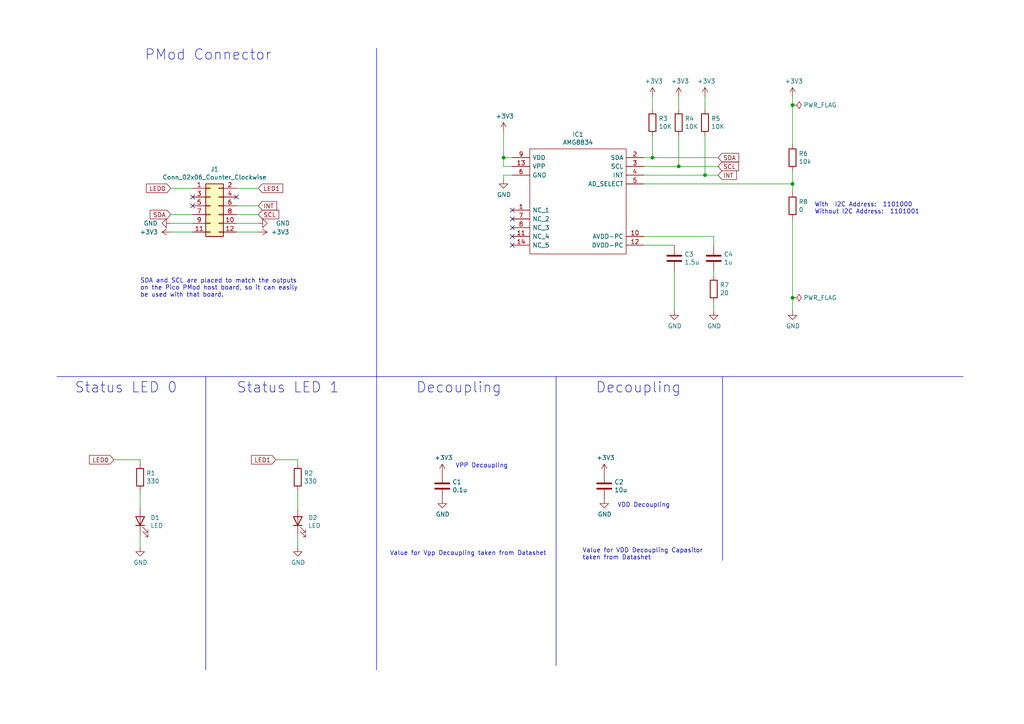
<source format=kicad_sch>
(kicad_sch (version 20230121) (generator eeschema)
  (paper "A4")
  (lib_symbols
    (symbol "Connector_Generic:Conn_02x06_Odd_Even" (pin_names (offset 1.016) hide)
      (property "Reference" "J" (at 1.27 7.62 0))
      (property "Value" "Conn_02x06_Odd_Even" (at 1.27 -10.16 0))
      (symbol "Conn_02x06_Odd_Even_1_1"
        (rectangle (start -1.27 -7.493) (end 0 -7.747) (stroke (width 0.1524)))
        (rectangle (start -1.27 -4.953) (end 0 -5.207) (stroke (width 0.1524)))
        (rectangle (start -1.27 -2.413) (end 0 -2.667) (stroke (width 0.1524)))
        (rectangle (start -1.27 0.127) (end 0 -0.127) (stroke (width 0.1524)))
        (rectangle (start -1.27 2.667) (end 0 2.413) (stroke (width 0.1524)))
        (rectangle (start -1.27 5.207) (end 0 4.953) (stroke (width 0.1524)))
        (rectangle (start -1.27 6.35) (end 3.81 -8.89) (stroke (width 0.254)) (fill (type background)))
        (rectangle (start 3.81 -7.493) (end 2.54 -7.747) (stroke (width 0.1524)))
        (rectangle (start 3.81 -4.953) (end 2.54 -5.207) (stroke (width 0.1524)))
        (rectangle (start 3.81 -2.413) (end 2.54 -2.667) (stroke (width 0.1524)))
        (rectangle (start 3.81 0.127) (end 2.54 -0.127) (stroke (width 0.1524)))
        (rectangle (start 3.81 2.667) (end 2.54 2.413) (stroke (width 0.1524)))
        (rectangle (start 3.81 5.207) (end 2.54 4.953) (stroke (width 0.1524)))
        (pin passive line (at -5.08 5.08 0) (length 3.81) (name "Pin_1") (number "1"))
        (pin passive line (at 7.62 -5.08 180) (length 3.81) (name "Pin_10") (number "10"))
        (pin passive line (at -5.08 -7.62 0) (length 3.81) (name "Pin_11") (number "11"))
        (pin passive line (at 7.62 -7.62 180) (length 3.81) (name "Pin_12") (number "12"))
        (pin passive line (at 7.62 5.08 180) (length 3.81) (name "Pin_2") (number "2"))
        (pin passive line (at -5.08 2.54 0) (length 3.81) (name "Pin_3") (number "3"))
        (pin passive line (at 7.62 2.54 180) (length 3.81) (name "Pin_4") (number "4"))
        (pin passive line (at -5.08 0 0) (length 3.81) (name "Pin_5") (number "5"))
        (pin passive line (at 7.62 0 180) (length 3.81) (name "Pin_6") (number "6"))
        (pin passive line (at -5.08 -2.54 0) (length 3.81) (name "Pin_7") (number "7"))
        (pin passive line (at 7.62 -2.54 180) (length 3.81) (name "Pin_8") (number "8"))
        (pin passive line (at -5.08 -5.08 0) (length 3.81) (name "Pin_9") (number "9"))
      )
    )
    (symbol "Device:C" (pin_numbers hide) (pin_names (offset 0.254))
      (property "Reference" "C" (at 0.635 2.54 0))
      (property "Value" "C" (at 0.635 -2.54 0))
      (symbol "C_0_1"
        (polyline (pts (xy -2.032 -0.762) (xy 2.032 -0.762)) (stroke (width 0.508)))
        (polyline (pts (xy -2.032 0.762) (xy 2.032 0.762)) (stroke (width 0.508)))
      )
      (symbol "C_1_1"
        (pin passive line (at 0 3.81 270) (length 2.794) (name "~") (number "1"))
        (pin passive line (at 0 -3.81 90) (length 2.794) (name "~") (number "2"))
      )
    )
    (symbol "Device:LED" (pin_numbers hide) (pin_names (offset 1.016) hide)
      (property "Reference" "D" (at 0 2.54 0))
      (property "Value" "LED" (at 0 -2.54 0))
      (symbol "LED_0_1"
        (polyline (pts (xy -1.27 -1.27) (xy -1.27 1.27)) (stroke (width 0.254)))
        (polyline (pts (xy -1.27 0) (xy 1.27 0)))
        (polyline (pts (xy 1.27 -1.27) (xy 1.27 1.27) (xy -1.27 0) (xy 1.27 -1.27)) (stroke (width 0.254)))
        (polyline (pts (xy -3.048 -0.762) (xy -4.572 -2.286) (xy -3.81 -2.286) (xy -4.572 -2.286) (xy -4.572 -1.524)))
        (polyline (pts (xy -1.778 -0.762) (xy -3.302 -2.286) (xy -2.54 -2.286) (xy -3.302 -2.286) (xy -3.302 -1.524)))
      )
      (symbol "LED_1_1"
        (pin passive line (at -3.81 0 0) (length 2.54) (name "K") (number "1"))
        (pin passive line (at 3.81 0 180) (length 2.54) (name "A") (number "2"))
      )
    )
    (symbol "Device:R" (pin_numbers hide) (pin_names (offset 0))
      (property "Reference" "R" (at 2.032 0 90))
      (property "Value" "R" (at 0 0 90))
      (symbol "R_0_1"
        (rectangle (start -1.016 -2.54) (end 1.016 2.54) (stroke (width 0.254)))
      )
      (symbol "R_1_1"
        (pin passive line (at 0 3.81 270) (length 1.27) (name "~") (number "1"))
        (pin passive line (at 0 -3.81 90) (length 1.27) (name "~") (number "2"))
      )
    )
    (symbol "PMod_Infrared_Array-rescue:AMG8834-JJH_Library" (pin_names (offset 0.762))
      (property "Reference" "IC1" (at 19.05 6.731 0))
      (property "Value" "AMG8834" (at 19.05 4.4196 0))
      (symbol "AMG8834-JJH_Library_0_0"
        (pin passive line (at 0 -15.24 0) (length 5.08) (name "NC_1") (number "1"))
        (pin passive line (at 38.1 -22.86 180) (length 5.08) (name "AVDD-PC") (number "10"))
        (pin passive line (at 0 -22.86 0) (length 5.08) (name "NC_4") (number "11"))
        (pin passive line (at 38.1 -25.4 180) (length 5.08) (name "DVDD-PC") (number "12"))
        (pin passive line (at 0 -2.54 0) (length 5.08) (name "VPP") (number "13"))
        (pin passive line (at 0 -25.4 0) (length 5.08) (name "NC_5") (number "14"))
        (pin passive line (at 38.1 0 180) (length 5.08) (name "SDA") (number "2"))
        (pin passive line (at 38.1 -2.54 180) (length 5.08) (name "SCL") (number "3"))
        (pin passive line (at 38.1 -5.08 180) (length 5.08) (name "INT") (number "4"))
        (pin passive line (at 38.1 -7.62 180) (length 5.08) (name "AD_SELECT") (number "5"))
        (pin passive line (at 0 -5.08 0) (length 5.08) (name "GND") (number "6"))
        (pin passive line (at 0 -17.78 0) (length 5.08) (name "NC_2") (number "7"))
        (pin passive line (at 0 -20.32 0) (length 5.08) (name "NC_3") (number "8"))
        (pin passive line (at 0 0 0) (length 5.08) (name "VDD") (number "9"))
      )
      (symbol "AMG8834-JJH_Library_0_1"
        (polyline (pts (xy 5.08 2.54) (xy 33.02 2.54) (xy 33.02 -17.78) (xy 33.02 -27.94) (xy 5.08 -27.94) (xy 5.08 -17.78) (xy 5.08 2.54)) (stroke (width 0.1524)))
      )
    )
    (symbol "power:+3V3" (power) (pin_names (offset 0))
      (property "Value" "+3V3" (at 0 3.556 0))
      (symbol "+3V3_0_1"
        (polyline (pts (xy -0.762 1.27) (xy 0 2.54)))
        (polyline (pts (xy 0 0) (xy 0 2.54)))
        (polyline (pts (xy 0 2.54) (xy 0.762 1.27)))
      )
      (symbol "+3V3_1_1"
        (pin power_in line (at 0 0 90) (length 0) hide (name "+3V3") (number "1"))
      )
    )
    (symbol "power:GND" (power) (pin_names (offset 0))
      (property "Value" "GND" (at 0 -3.81 0))
      (symbol "GND_0_1"
        (polyline (pts (xy 0 0) (xy 0 -1.27) (xy 1.27 -1.27) (xy 0 -2.54) (xy -1.27 -1.27) (xy 0 -1.27)))
      )
      (symbol "GND_1_1"
        (pin power_in line (at 0 0 270) (length 0) hide (name "GND") (number "1"))
      )
    )
    (symbol "power:PWR_FLAG" (power) (pin_numbers hide) (pin_names (offset 0) hide)
      (property "Value" "PWR_FLAG" (at 0 3.81 0))
      (symbol "PWR_FLAG_0_0"
        (pin power_out line (at 0 0 90) (length 0) (name "pwr") (number "1"))
      )
      (symbol "PWR_FLAG_0_1"
        (polyline (pts (xy 0 0) (xy 0 1.27) (xy -1.016 1.905) (xy 0 2.54) (xy 1.016 1.905) (xy 0 1.27)))
      )
    )
  )
  (junction (at 196.85 48.26))
  (junction (at 229.87 86.36))
  (junction (at 204.47 50.8))
  (junction (at 189.23 45.72))
  (junction (at 229.87 53.34))
  (junction (at 229.87 30.48))
  (junction (at 146.05 45.72))
  (no_connect (at 148.59 60.96))
  (no_connect (at 55.88 57.15))
  (no_connect (at 148.59 71.12))
  (no_connect (at 148.59 66.04))
  (no_connect (at 68.58 57.15))
  (no_connect (at 55.88 59.69))
  (no_connect (at 148.59 68.58))
  (no_connect (at 148.59 63.5))
  (wire (pts (xy 40.64 142.24) (xy 40.64 147.32)))
  (wire (pts (xy 146.05 45.72) (xy 146.05 38.1)))
  (wire (pts (xy 40.64 133.35) (xy 33.02 133.35)))
  (wire (pts (xy 146.05 50.8) (xy 148.59 50.8)))
  (wire (pts (xy 74.93 67.31) (xy 68.58 67.31)))
  (wire (pts (xy 55.88 54.61) (xy 49.53 54.61)))
  (wire (pts (xy 207.01 68.58) (xy 186.69 68.58)))
  (wire (pts (xy 196.85 27.94) (xy 196.85 31.75)))
  (wire (pts (xy 86.36 158.75) (xy 86.36 154.94)))
  (wire (pts (xy 207.01 87.63) (xy 207.01 90.17)))
  (polyline (pts (xy 209.55 109.22) (xy 209.55 162.56)))
  (wire (pts (xy 229.87 27.94) (xy 229.87 30.48)))
  (wire (pts (xy 146.05 48.26) (xy 146.05 45.72)))
  (wire (pts (xy 229.87 63.5) (xy 229.87 86.36)))
  (wire (pts (xy 55.88 62.23) (xy 49.53 62.23)))
  (wire (pts (xy 40.64 134.62) (xy 40.64 133.35)))
  (polyline (pts (xy 59.69 194.31) (xy 59.69 109.22)))
  (wire (pts (xy 229.87 55.88) (xy 229.87 53.34)))
  (wire (pts (xy 207.01 78.74) (xy 207.01 80.01)))
  (wire (pts (xy 86.36 134.62) (xy 86.36 133.35)))
  (wire (pts (xy 208.28 50.8) (xy 204.47 50.8)))
  (polyline (pts (xy 16.51 109.22) (xy 279.4 109.22)))
  (wire (pts (xy 189.23 39.37) (xy 189.23 45.72)))
  (wire (pts (xy 195.58 78.74) (xy 195.58 90.17)))
  (polyline (pts (xy 161.29 109.22) (xy 161.29 193.04)))
  (wire (pts (xy 196.85 48.26) (xy 186.69 48.26)))
  (polyline (pts (xy 109.22 13.97) (xy 109.22 194.31)))
  (wire (pts (xy 189.23 31.75) (xy 189.23 27.94)))
  (wire (pts (xy 208.28 45.72) (xy 189.23 45.72)))
  (wire (pts (xy 204.47 39.37) (xy 204.47 50.8)))
  (wire (pts (xy 68.58 62.23) (xy 74.93 62.23)))
  (wire (pts (xy 186.69 71.12) (xy 195.58 71.12)))
  (wire (pts (xy 49.53 64.77) (xy 55.88 64.77)))
  (wire (pts (xy 208.28 48.26) (xy 196.85 48.26)))
  (wire (pts (xy 86.36 147.32) (xy 86.36 142.24)))
  (wire (pts (xy 186.69 53.34) (xy 229.87 53.34)))
  (wire (pts (xy 229.87 86.36) (xy 229.87 90.17)))
  (wire (pts (xy 40.64 154.94) (xy 40.64 158.75)))
  (wire (pts (xy 229.87 49.53) (xy 229.87 53.34)))
  (wire (pts (xy 74.93 54.61) (xy 68.58 54.61)))
  (wire (pts (xy 55.88 67.31) (xy 49.53 67.31)))
  (wire (pts (xy 207.01 71.12) (xy 207.01 68.58)))
  (wire (pts (xy 189.23 45.72) (xy 186.69 45.72)))
  (wire (pts (xy 86.36 133.35) (xy 80.01 133.35)))
  (wire (pts (xy 146.05 52.07) (xy 146.05 50.8)))
  (wire (pts (xy 148.59 45.72) (xy 146.05 45.72)))
  (wire (pts (xy 204.47 31.75) (xy 204.47 27.94)))
  (wire (pts (xy 74.93 59.69) (xy 68.58 59.69)))
  (wire (pts (xy 229.87 30.48) (xy 229.87 41.91)))
  (wire (pts (xy 148.59 48.26) (xy 146.05 48.26)))
  (wire (pts (xy 196.85 39.37) (xy 196.85 48.26)))
  (wire (pts (xy 204.47 50.8) (xy 186.69 50.8)))
  (wire (pts (xy 68.58 64.77) (xy 74.93 64.77)))
  (text "Decoupling" (at 172.72 114.3 0) (effects (font (size 2.9972 2.9972)) (justify left bottom)))
  (text "VPP Decoupling" (at 132.08 135.89 0) (effects (font (size 1.27 1.27)) (justify left bottom)))
  (text "Status LED 1" (at 68.58 114.3 0) (effects (font (size 2.9972 2.9972)) (justify left bottom)))
  (text "Value for VDD Decoupling Capasitor \ntaken from Datashet" (at 168.91 162.56 0) (effects (font (size 1.27 1.27)) (justify left bottom)))
  (text "Value for Vpp Decoupling taken from Datashet" (at 113.03 161.29 0) (effects (font (size 1.27 1.27)) (justify left bottom)))
  (text "SDA and SCL are placed to match the outputs \non the Pico PMod host board, so it can easily \nbe used with that board." (at 40.64 86.36 0) (effects (font (size 1.27 1.27)) (justify left bottom)))
  (text "Decoupling" (at 120.65 114.3 0) (effects (font (size 2.9972 2.9972)) (justify left bottom)))
  (text "With  I2C Address:  1101000\nWithout I2C Address:  1101001" (at 236.22 62.23 0) (effects (font (size 1.27 1.27)) (justify left bottom)))
  (text "PMod Connector " (at 41.91 17.78 0) (effects (font (size 2.9972 2.9972)) (justify left bottom)))
  (text "VDD Decoupling" (at 179.07 147.32 0) (effects (font (size 1.27 1.27)) (justify left bottom)))
  (text "Status LED 0" (at 21.59 114.3 0) (effects (font (size 2.9972 2.9972)) (justify left bottom)))
  (global_label "INT" (shape input) (at 74.93 59.69 0) (property "Intersheetrefs" "${INTERSHEET_REFS}" (effects hide)))
  (global_label "LED1" (shape input) (at 74.93 54.61 0) (property "Intersheetrefs" "${INTERSHEET_REFS}" (effects hide)))
  (global_label "SDA" (shape input) (at 208.28 45.72 0) (property "Intersheetrefs" "${INTERSHEET_REFS}" (effects hide)))
  (global_label "SCL" (shape input) (at 74.93 62.23 0) (property "Intersheetrefs" "${INTERSHEET_REFS}" (effects hide)))
  (global_label "SCL" (shape input) (at 208.28 48.26 0) (property "Intersheetrefs" "${INTERSHEET_REFS}" (effects hide)))
  (global_label "INT" (shape input) (at 208.28 50.8 0) (property "Intersheetrefs" "${INTERSHEET_REFS}" (effects hide)))
  (global_label "LED0" (shape input) (at 33.02 133.35 180) (property "Intersheetrefs" "${INTERSHEET_REFS}" (effects hide)))
  (global_label "LED1" (shape input) (at 80.01 133.35 180) (property "Intersheetrefs" "${INTERSHEET_REFS}" (effects hide)))
  (global_label "SDA" (shape input) (at 49.53 62.23 180) (property "Intersheetrefs" "${INTERSHEET_REFS}" (effects hide)))
  (global_label "LED0" (shape input) (at 49.53 54.61 180) (property "Intersheetrefs" "${INTERSHEET_REFS}" (effects hide)))
  (symbol (lib_id "PMod_Infrared_Array-rescue:AMG8834-JJH_Library") (at 148.59 45.72 0) (unit 1)
    (property "Reference" "IC1" (at 167.64 38.989 0))
    (property "Value" "AMG8834" (at 167.64 41.3004 0))
    (property "Footprint" "AMG8834" (effects hide))
    (property "Datasheet" "https://componentsearchengine.com/Datasheets/1/AMG8834.pdf" (effects hide))
    (property "Description" "AMG8834 Panasonic, Grid-EYE Proximity Sensor Infrared Array Sensor, 7m, Maximum of 3.3 V dc 14-Pin" (effects hide))
    (property "Height" "4.3" (effects hide))
    (property "Mouser Part Number" "667-AMG8834" (effects hide))
    (property "Mouser Price/Stock" "https://www.mouser.co.uk/ProductDetail/Panasonic/AMG8834?qs=sSYV1F9c5cHPg%2FhtA8gkhg%3D%3D" (effects hide))
    (property "Manufacturer_Name" "Panasonic" (effects hide))
    (property "Manufacturer_Part_Number" "AMG8834" (effects hide))
  )
  (symbol (lib_id "power:+3V3") (at 146.05 38.1 0) (unit 1)
    (property "Reference" "#PWR0101" (effects hide))
    (property "Value" "+3V3" (at 146.431 33.7058 0))
  )
  (symbol (lib_id "power:+3V3") (at 175.26 137.16 0) (unit 1)
    (property "Reference" "#PWR0102" (effects hide))
    (property "Value" "+3V3" (at 175.641 132.7658 0))
  )
  (symbol (lib_id "power:+3V3") (at 128.27 137.16 0) (unit 1)
    (property "Reference" "#PWR0103" (effects hide))
    (property "Value" "+3V3" (at 128.651 132.7658 0))
  )
  (symbol (lib_id "power:GND") (at 146.05 52.07 0) (unit 1)
    (property "Reference" "#PWR0104" (effects hide))
    (property "Value" "GND" (at 146.177 56.4642 0))
  )
  (symbol (lib_id "Connector_Generic:Conn_02x06_Odd_Even") (at 60.96 59.69 0) (unit 1)
    (property "Reference" "J1" (at 62.23 49.0982 0))
    (property "Value" "Conn_02x06_Counter_Clockwise" (at 62.23 51.4096 0))
    (property "Footprint" "Connector_PinHeader_2.54mm:PinHeader_2x06_P2.54mm_Vertical" (effects hide))
  )
  (symbol (lib_id "power:+3V3") (at 74.93 67.31 270) (unit 1)
    (property "Reference" "#PWR0105" (effects hide))
    (property "Value" "+3V3" (at 81.28 67.31 90))
  )
  (symbol (lib_id "power:+3V3") (at 49.53 67.31 90) (unit 1)
    (property "Reference" "#PWR0106" (effects hide))
    (property "Value" "+3V3" (at 43.18 67.31 90))
  )
  (symbol (lib_id "power:GND") (at 74.93 64.77 90) (unit 1)
    (property "Reference" "#PWR0107" (effects hide))
    (property "Value" "GND" (at 80.01 64.77 90) (effects (justify right)))
  )
  (symbol (lib_id "power:GND") (at 49.53 64.77 270) (unit 1)
    (property "Reference" "#PWR0108" (effects hide))
    (property "Value" "GND" (at 45.72 64.77 90) (effects (justify right)))
  )
  (symbol (lib_id "power:GND") (at 128.27 144.78 0) (unit 1)
    (property "Reference" "#PWR0109" (effects hide))
    (property "Value" "GND" (at 128.397 149.1742 0))
  )
  (symbol (lib_id "power:GND") (at 175.26 144.78 0) (unit 1)
    (property "Reference" "#PWR0110" (effects hide))
    (property "Value" "GND" (at 175.387 149.1742 0))
  )
  (symbol (lib_id "Device:C") (at 128.27 140.97 0) (unit 1)
    (property "Reference" "C1" (at 131.191 139.8016 0) (effects (justify left)))
    (property "Value" "0.1u" (at 131.191 142.113 0) (effects (justify left)))
    (property "Footprint" "Capacitor_SMD:C_0603_1608Metric" (effects hide))
  )
  (symbol (lib_id "Device:C") (at 175.26 140.97 0) (unit 1)
    (property "Reference" "C2" (at 178.181 139.8016 0) (effects (justify left)))
    (property "Value" "10u" (at 178.181 142.113 0) (effects (justify left)))
    (property "Footprint" "Capacitor_SMD:C_0603_1608Metric" (effects hide))
  )
  (symbol (lib_id "power:GND") (at 195.58 90.17 0) (unit 1)
    (property "Reference" "#PWR0111" (effects hide))
    (property "Value" "GND" (at 195.707 94.5642 0))
  )
  (symbol (lib_id "power:GND") (at 207.01 90.17 0) (unit 1)
    (property "Reference" "#PWR0112" (effects hide))
    (property "Value" "GND" (at 207.137 94.5642 0))
  )
  (symbol (lib_id "Device:C") (at 195.58 74.93 0) (unit 1)
    (property "Reference" "C3" (at 198.501 73.7616 0) (effects (justify left)))
    (property "Value" "1.5u" (at 198.501 76.073 0) (effects (justify left)))
    (property "Footprint" "Capacitor_SMD:C_0603_1608Metric" (effects hide))
  )
  (symbol (lib_id "Device:C") (at 207.01 74.93 0) (unit 1)
    (property "Reference" "C4" (at 209.931 73.7616 0) (effects (justify left)))
    (property "Value" "1u" (at 209.931 76.073 0) (effects (justify left)))
    (property "Footprint" "Capacitor_SMD:C_0603_1608Metric" (effects hide))
  )
  (symbol (lib_id "Device:R") (at 207.01 83.82 0) (unit 1)
    (property "Reference" "R7" (at 208.788 82.6516 0) (effects (justify left)))
    (property "Value" "20" (at 208.788 84.963 0) (effects (justify left)))
    (property "Footprint" "Resistor_SMD:R_0603_1608Metric" (effects hide))
  )
  (symbol (lib_id "Device:R") (at 189.23 35.56 0) (unit 1)
    (property "Reference" "R3" (at 191.008 34.3916 0) (effects (justify left)))
    (property "Value" "10K" (at 191.008 36.703 0) (effects (justify left)))
    (property "Footprint" "Resistor_SMD:R_0603_1608Metric" (effects hide))
  )
  (symbol (lib_id "Device:R") (at 196.85 35.56 0) (unit 1)
    (property "Reference" "R4" (at 198.628 34.3916 0) (effects (justify left)))
    (property "Value" "10K" (at 198.628 36.703 0) (effects (justify left)))
    (property "Footprint" "Resistor_SMD:R_0603_1608Metric" (effects hide))
  )
  (symbol (lib_id "Device:R") (at 204.47 35.56 0) (unit 1)
    (property "Reference" "R5" (at 206.248 34.3916 0) (effects (justify left)))
    (property "Value" "10K" (at 206.248 36.703 0) (effects (justify left)))
    (property "Footprint" "Resistor_SMD:R_0603_1608Metric" (effects hide))
  )
  (symbol (lib_id "Device:R") (at 40.64 138.43 0) (unit 1)
    (property "Reference" "R1" (at 42.418 137.2616 0) (effects (justify left)))
    (property "Value" "330" (at 42.418 139.573 0) (effects (justify left)))
    (property "Footprint" "Resistor_SMD:R_0603_1608Metric" (effects hide))
  )
  (symbol (lib_id "Device:R") (at 86.36 138.43 0) (unit 1)
    (property "Reference" "R2" (at 88.138 137.2616 0) (effects (justify left)))
    (property "Value" "330" (at 88.138 139.573 0) (effects (justify left)))
    (property "Footprint" "Resistor_SMD:R_0603_1608Metric" (effects hide))
  )
  (symbol (lib_id "Device:LED") (at 40.64 151.13 90) (unit 1)
    (property "Reference" "D1" (at 43.6372 150.1394 90) (effects (justify right)))
    (property "Value" "LED" (at 43.6372 152.4508 90) (effects (justify right)))
    (property "Footprint" "LED_SMD:LED_0603_1608Metric" (effects hide))
  )
  (symbol (lib_id "Device:LED") (at 86.36 151.13 90) (unit 1)
    (property "Reference" "D2" (at 89.3572 150.1394 90) (effects (justify right)))
    (property "Value" "LED" (at 89.3572 152.4508 90) (effects (justify right)))
    (property "Footprint" "LED_SMD:LED_0603_1608Metric" (effects hide))
  )
  (symbol (lib_id "power:GND") (at 40.64 158.75 0) (unit 1)
    (property "Reference" "#PWR0118" (effects hide))
    (property "Value" "GND" (at 40.767 163.1442 0))
  )
  (symbol (lib_id "power:GND") (at 86.36 158.75 0) (unit 1)
    (property "Reference" "#PWR0119" (effects hide))
    (property "Value" "GND" (at 86.487 163.1442 0))
  )
  (symbol (lib_id "power:+3V3") (at 189.23 27.94 0) (unit 1)
    (property "Reference" "#PWR0113" (effects hide))
    (property "Value" "+3V3" (at 189.611 23.5458 0))
  )
  (symbol (lib_id "power:+3V3") (at 196.85 27.94 0) (unit 1)
    (property "Reference" "#PWR0114" (effects hide))
    (property "Value" "+3V3" (at 197.231 23.5458 0))
  )
  (symbol (lib_id "power:+3V3") (at 204.47 27.94 0) (unit 1)
    (property "Reference" "#PWR0115" (effects hide))
    (property "Value" "+3V3" (at 204.851 23.5458 0))
  )
  (symbol (lib_id "Device:R") (at 229.87 59.69 0) (unit 1)
    (property "Reference" "R8" (at 231.648 58.5216 0) (effects (justify left)))
    (property "Value" "0" (at 231.648 60.833 0) (effects (justify left)))
    (property "Footprint" "Resistor_SMD:R_0603_1608Metric" (effects hide))
  )
  (symbol (lib_id "power:GND") (at 229.87 90.17 0) (unit 1)
    (property "Reference" "#PWR0116" (effects hide))
    (property "Value" "GND" (at 229.997 94.5642 0))
  )
  (symbol (lib_id "Device:R") (at 229.87 45.72 0) (unit 1)
    (property "Reference" "R6" (at 231.648 44.5516 0) (effects (justify left)))
    (property "Value" "10k" (at 231.648 46.863 0) (effects (justify left)))
    (property "Footprint" "Resistor_SMD:R_0603_1608Metric" (effects hide))
  )
  (symbol (lib_id "power:+3V3") (at 229.87 27.94 0) (unit 1)
    (property "Reference" "#PWR0117" (effects hide))
    (property "Value" "+3V3" (at 230.251 23.5458 0))
  )
  (symbol (lib_id "power:PWR_FLAG") (at 229.87 86.36 270) (unit 1)
    (property "Reference" "#FLG02" (effects hide))
    (property "Value" "PWR_FLAG" (at 233.045 86.36 90) (effects (justify left)))
  )
  (symbol (lib_id "power:PWR_FLAG") (at 229.87 30.48 270) (unit 1)
    (property "Reference" "#FLG01" (effects hide))
    (property "Value" "PWR_FLAG" (at 233.045 30.48 90) (effects (justify left)))
  )
)
</source>
